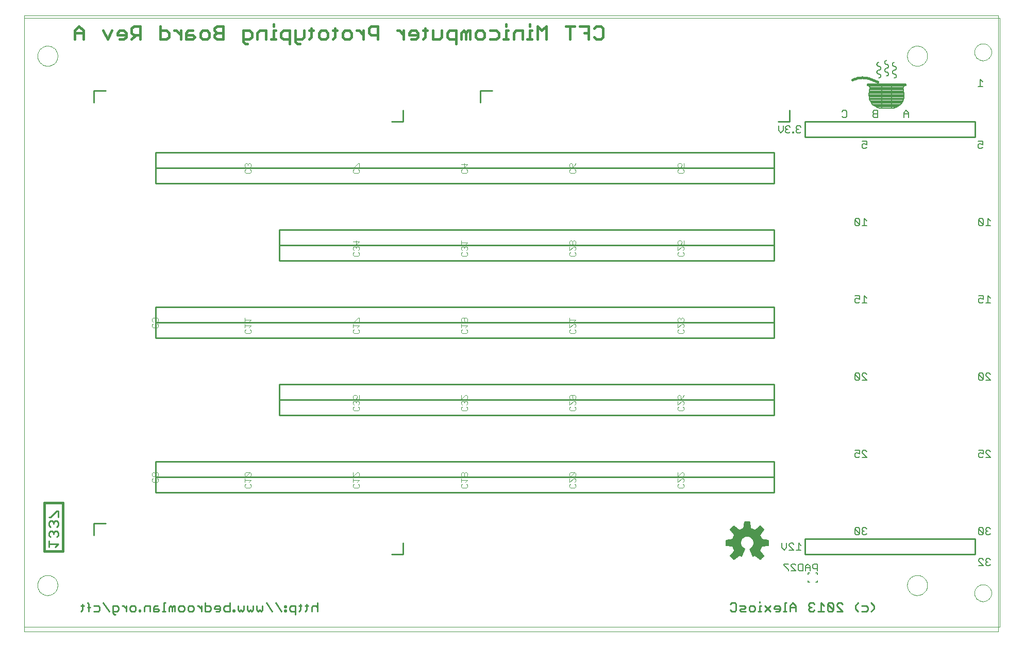
<source format=gbo>
G75*
G70*
%OFA0B0*%
%FSLAX24Y24*%
%IPPOS*%
%LPD*%
%AMOC8*
5,1,8,0,0,1.08239X$1,22.5*
%
%ADD10C,0.0000*%
%ADD11C,0.0150*%
%ADD12C,0.0100*%
%ADD13C,0.0050*%
%ADD14C,0.0110*%
%ADD15C,0.0160*%
%ADD16C,0.0059*%
%ADD17C,0.0080*%
%ADD18C,0.0060*%
%ADD19C,0.0030*%
D10*
X004848Y007120D02*
X004848Y046990D01*
X067840Y046990D01*
X067840Y007120D01*
X004848Y007120D01*
X004848Y007430D02*
X004848Y046810D01*
X067948Y046810D01*
X067948Y007430D01*
X004848Y007430D01*
X005698Y010120D02*
X005700Y010170D01*
X005706Y010220D01*
X005716Y010270D01*
X005729Y010318D01*
X005746Y010366D01*
X005767Y010412D01*
X005791Y010456D01*
X005819Y010498D01*
X005850Y010538D01*
X005884Y010575D01*
X005921Y010610D01*
X005960Y010641D01*
X006001Y010670D01*
X006045Y010695D01*
X006091Y010717D01*
X006138Y010735D01*
X006186Y010749D01*
X006235Y010760D01*
X006285Y010767D01*
X006335Y010770D01*
X006386Y010769D01*
X006436Y010764D01*
X006486Y010755D01*
X006534Y010743D01*
X006582Y010726D01*
X006628Y010706D01*
X006673Y010683D01*
X006716Y010656D01*
X006756Y010626D01*
X006794Y010593D01*
X006829Y010557D01*
X006862Y010518D01*
X006891Y010477D01*
X006917Y010434D01*
X006940Y010389D01*
X006959Y010342D01*
X006974Y010294D01*
X006986Y010245D01*
X006994Y010195D01*
X006998Y010145D01*
X006998Y010095D01*
X006994Y010045D01*
X006986Y009995D01*
X006974Y009946D01*
X006959Y009898D01*
X006940Y009851D01*
X006917Y009806D01*
X006891Y009763D01*
X006862Y009722D01*
X006829Y009683D01*
X006794Y009647D01*
X006756Y009614D01*
X006716Y009584D01*
X006673Y009557D01*
X006628Y009534D01*
X006582Y009514D01*
X006534Y009497D01*
X006486Y009485D01*
X006436Y009476D01*
X006386Y009471D01*
X006335Y009470D01*
X006285Y009473D01*
X006235Y009480D01*
X006186Y009491D01*
X006138Y009505D01*
X006091Y009523D01*
X006045Y009545D01*
X006001Y009570D01*
X005960Y009599D01*
X005921Y009630D01*
X005884Y009665D01*
X005850Y009702D01*
X005819Y009742D01*
X005791Y009784D01*
X005767Y009828D01*
X005746Y009874D01*
X005729Y009922D01*
X005716Y009970D01*
X005706Y010020D01*
X005700Y010070D01*
X005698Y010120D01*
X005698Y044370D02*
X005700Y044420D01*
X005706Y044470D01*
X005716Y044520D01*
X005729Y044568D01*
X005746Y044616D01*
X005767Y044662D01*
X005791Y044706D01*
X005819Y044748D01*
X005850Y044788D01*
X005884Y044825D01*
X005921Y044860D01*
X005960Y044891D01*
X006001Y044920D01*
X006045Y044945D01*
X006091Y044967D01*
X006138Y044985D01*
X006186Y044999D01*
X006235Y045010D01*
X006285Y045017D01*
X006335Y045020D01*
X006386Y045019D01*
X006436Y045014D01*
X006486Y045005D01*
X006534Y044993D01*
X006582Y044976D01*
X006628Y044956D01*
X006673Y044933D01*
X006716Y044906D01*
X006756Y044876D01*
X006794Y044843D01*
X006829Y044807D01*
X006862Y044768D01*
X006891Y044727D01*
X006917Y044684D01*
X006940Y044639D01*
X006959Y044592D01*
X006974Y044544D01*
X006986Y044495D01*
X006994Y044445D01*
X006998Y044395D01*
X006998Y044345D01*
X006994Y044295D01*
X006986Y044245D01*
X006974Y044196D01*
X006959Y044148D01*
X006940Y044101D01*
X006917Y044056D01*
X006891Y044013D01*
X006862Y043972D01*
X006829Y043933D01*
X006794Y043897D01*
X006756Y043864D01*
X006716Y043834D01*
X006673Y043807D01*
X006628Y043784D01*
X006582Y043764D01*
X006534Y043747D01*
X006486Y043735D01*
X006436Y043726D01*
X006386Y043721D01*
X006335Y043720D01*
X006285Y043723D01*
X006235Y043730D01*
X006186Y043741D01*
X006138Y043755D01*
X006091Y043773D01*
X006045Y043795D01*
X006001Y043820D01*
X005960Y043849D01*
X005921Y043880D01*
X005884Y043915D01*
X005850Y043952D01*
X005819Y043992D01*
X005791Y044034D01*
X005767Y044078D01*
X005746Y044124D01*
X005729Y044172D01*
X005716Y044220D01*
X005706Y044270D01*
X005700Y044320D01*
X005698Y044370D01*
X061948Y044370D02*
X061950Y044420D01*
X061956Y044470D01*
X061966Y044520D01*
X061979Y044568D01*
X061996Y044616D01*
X062017Y044662D01*
X062041Y044706D01*
X062069Y044748D01*
X062100Y044788D01*
X062134Y044825D01*
X062171Y044860D01*
X062210Y044891D01*
X062251Y044920D01*
X062295Y044945D01*
X062341Y044967D01*
X062388Y044985D01*
X062436Y044999D01*
X062485Y045010D01*
X062535Y045017D01*
X062585Y045020D01*
X062636Y045019D01*
X062686Y045014D01*
X062736Y045005D01*
X062784Y044993D01*
X062832Y044976D01*
X062878Y044956D01*
X062923Y044933D01*
X062966Y044906D01*
X063006Y044876D01*
X063044Y044843D01*
X063079Y044807D01*
X063112Y044768D01*
X063141Y044727D01*
X063167Y044684D01*
X063190Y044639D01*
X063209Y044592D01*
X063224Y044544D01*
X063236Y044495D01*
X063244Y044445D01*
X063248Y044395D01*
X063248Y044345D01*
X063244Y044295D01*
X063236Y044245D01*
X063224Y044196D01*
X063209Y044148D01*
X063190Y044101D01*
X063167Y044056D01*
X063141Y044013D01*
X063112Y043972D01*
X063079Y043933D01*
X063044Y043897D01*
X063006Y043864D01*
X062966Y043834D01*
X062923Y043807D01*
X062878Y043784D01*
X062832Y043764D01*
X062784Y043747D01*
X062736Y043735D01*
X062686Y043726D01*
X062636Y043721D01*
X062585Y043720D01*
X062535Y043723D01*
X062485Y043730D01*
X062436Y043741D01*
X062388Y043755D01*
X062341Y043773D01*
X062295Y043795D01*
X062251Y043820D01*
X062210Y043849D01*
X062171Y043880D01*
X062134Y043915D01*
X062100Y043952D01*
X062069Y043992D01*
X062041Y044034D01*
X062017Y044078D01*
X061996Y044124D01*
X061979Y044172D01*
X061966Y044220D01*
X061956Y044270D01*
X061950Y044320D01*
X061948Y044370D01*
X066298Y044620D02*
X066300Y044667D01*
X066306Y044713D01*
X066316Y044759D01*
X066329Y044803D01*
X066347Y044847D01*
X066368Y044888D01*
X066392Y044928D01*
X066420Y044966D01*
X066451Y045001D01*
X066485Y045033D01*
X066521Y045062D01*
X066560Y045088D01*
X066600Y045111D01*
X066643Y045130D01*
X066687Y045146D01*
X066732Y045158D01*
X066778Y045166D01*
X066825Y045170D01*
X066871Y045170D01*
X066918Y045166D01*
X066964Y045158D01*
X067009Y045146D01*
X067053Y045130D01*
X067096Y045111D01*
X067136Y045088D01*
X067175Y045062D01*
X067211Y045033D01*
X067245Y045001D01*
X067276Y044966D01*
X067304Y044928D01*
X067328Y044888D01*
X067349Y044847D01*
X067367Y044803D01*
X067380Y044759D01*
X067390Y044713D01*
X067396Y044667D01*
X067398Y044620D01*
X067396Y044573D01*
X067390Y044527D01*
X067380Y044481D01*
X067367Y044437D01*
X067349Y044393D01*
X067328Y044352D01*
X067304Y044312D01*
X067276Y044274D01*
X067245Y044239D01*
X067211Y044207D01*
X067175Y044178D01*
X067136Y044152D01*
X067096Y044129D01*
X067053Y044110D01*
X067009Y044094D01*
X066964Y044082D01*
X066918Y044074D01*
X066871Y044070D01*
X066825Y044070D01*
X066778Y044074D01*
X066732Y044082D01*
X066687Y044094D01*
X066643Y044110D01*
X066600Y044129D01*
X066560Y044152D01*
X066521Y044178D01*
X066485Y044207D01*
X066451Y044239D01*
X066420Y044274D01*
X066392Y044312D01*
X066368Y044352D01*
X066347Y044393D01*
X066329Y044437D01*
X066316Y044481D01*
X066306Y044527D01*
X066300Y044573D01*
X066298Y044620D01*
X061948Y010120D02*
X061950Y010170D01*
X061956Y010220D01*
X061966Y010270D01*
X061979Y010318D01*
X061996Y010366D01*
X062017Y010412D01*
X062041Y010456D01*
X062069Y010498D01*
X062100Y010538D01*
X062134Y010575D01*
X062171Y010610D01*
X062210Y010641D01*
X062251Y010670D01*
X062295Y010695D01*
X062341Y010717D01*
X062388Y010735D01*
X062436Y010749D01*
X062485Y010760D01*
X062535Y010767D01*
X062585Y010770D01*
X062636Y010769D01*
X062686Y010764D01*
X062736Y010755D01*
X062784Y010743D01*
X062832Y010726D01*
X062878Y010706D01*
X062923Y010683D01*
X062966Y010656D01*
X063006Y010626D01*
X063044Y010593D01*
X063079Y010557D01*
X063112Y010518D01*
X063141Y010477D01*
X063167Y010434D01*
X063190Y010389D01*
X063209Y010342D01*
X063224Y010294D01*
X063236Y010245D01*
X063244Y010195D01*
X063248Y010145D01*
X063248Y010095D01*
X063244Y010045D01*
X063236Y009995D01*
X063224Y009946D01*
X063209Y009898D01*
X063190Y009851D01*
X063167Y009806D01*
X063141Y009763D01*
X063112Y009722D01*
X063079Y009683D01*
X063044Y009647D01*
X063006Y009614D01*
X062966Y009584D01*
X062923Y009557D01*
X062878Y009534D01*
X062832Y009514D01*
X062784Y009497D01*
X062736Y009485D01*
X062686Y009476D01*
X062636Y009471D01*
X062585Y009470D01*
X062535Y009473D01*
X062485Y009480D01*
X062436Y009491D01*
X062388Y009505D01*
X062341Y009523D01*
X062295Y009545D01*
X062251Y009570D01*
X062210Y009599D01*
X062171Y009630D01*
X062134Y009665D01*
X062100Y009702D01*
X062069Y009742D01*
X062041Y009784D01*
X062017Y009828D01*
X061996Y009874D01*
X061979Y009922D01*
X061966Y009970D01*
X061956Y010020D01*
X061950Y010070D01*
X061948Y010120D01*
X066298Y009620D02*
X066300Y009667D01*
X066306Y009713D01*
X066316Y009759D01*
X066329Y009803D01*
X066347Y009847D01*
X066368Y009888D01*
X066392Y009928D01*
X066420Y009966D01*
X066451Y010001D01*
X066485Y010033D01*
X066521Y010062D01*
X066560Y010088D01*
X066600Y010111D01*
X066643Y010130D01*
X066687Y010146D01*
X066732Y010158D01*
X066778Y010166D01*
X066825Y010170D01*
X066871Y010170D01*
X066918Y010166D01*
X066964Y010158D01*
X067009Y010146D01*
X067053Y010130D01*
X067096Y010111D01*
X067136Y010088D01*
X067175Y010062D01*
X067211Y010033D01*
X067245Y010001D01*
X067276Y009966D01*
X067304Y009928D01*
X067328Y009888D01*
X067349Y009847D01*
X067367Y009803D01*
X067380Y009759D01*
X067390Y009713D01*
X067396Y009667D01*
X067398Y009620D01*
X067396Y009573D01*
X067390Y009527D01*
X067380Y009481D01*
X067367Y009437D01*
X067349Y009393D01*
X067328Y009352D01*
X067304Y009312D01*
X067276Y009274D01*
X067245Y009239D01*
X067211Y009207D01*
X067175Y009178D01*
X067136Y009152D01*
X067096Y009129D01*
X067053Y009110D01*
X067009Y009094D01*
X066964Y009082D01*
X066918Y009074D01*
X066871Y009070D01*
X066825Y009070D01*
X066778Y009074D01*
X066732Y009082D01*
X066687Y009094D01*
X066643Y009110D01*
X066600Y009129D01*
X066560Y009152D01*
X066521Y009178D01*
X066485Y009207D01*
X066451Y009239D01*
X066420Y009274D01*
X066392Y009312D01*
X066368Y009352D01*
X066347Y009393D01*
X066329Y009437D01*
X066316Y009481D01*
X066306Y009527D01*
X066300Y009573D01*
X066298Y009620D01*
D11*
X042131Y045445D02*
X041848Y045445D01*
X041706Y045586D01*
X041352Y045445D02*
X041352Y046295D01*
X040785Y046295D01*
X040431Y046295D02*
X039864Y046295D01*
X040148Y046295D02*
X040148Y045445D01*
X041069Y045870D02*
X041352Y045870D01*
X041706Y046153D02*
X041848Y046295D01*
X042131Y046295D01*
X042273Y046153D01*
X042273Y045586D01*
X042131Y045445D01*
X038590Y045445D02*
X038590Y046295D01*
X038306Y046012D01*
X038023Y046295D01*
X038023Y045445D01*
X037669Y045445D02*
X037386Y045445D01*
X037527Y045445D02*
X037527Y046012D01*
X037669Y046012D01*
X037527Y046295D02*
X037527Y046437D01*
X037055Y046012D02*
X036630Y046012D01*
X036488Y045870D01*
X036488Y045445D01*
X036135Y045445D02*
X035851Y045445D01*
X035993Y045445D02*
X035993Y046012D01*
X036135Y046012D01*
X035993Y046295D02*
X035993Y046437D01*
X035521Y045870D02*
X035379Y046012D01*
X034954Y046012D01*
X034600Y045870D02*
X034600Y045586D01*
X034458Y045445D01*
X034175Y045445D01*
X034033Y045586D01*
X034033Y045870D01*
X034175Y046012D01*
X034458Y046012D01*
X034600Y045870D01*
X034954Y045445D02*
X035379Y045445D01*
X035521Y045586D01*
X035521Y045870D01*
X037055Y046012D02*
X037055Y045445D01*
X033679Y045445D02*
X033679Y046012D01*
X033537Y046012D01*
X033396Y045870D01*
X033254Y046012D01*
X033112Y045870D01*
X033112Y045445D01*
X033396Y045445D02*
X033396Y045870D01*
X032759Y046012D02*
X032759Y045161D01*
X032759Y045445D02*
X032333Y045445D01*
X032191Y045586D01*
X032191Y045870D01*
X032333Y046012D01*
X032759Y046012D01*
X031838Y046012D02*
X031838Y045586D01*
X031696Y045445D01*
X031271Y045445D01*
X031271Y046012D01*
X030917Y046012D02*
X030633Y046012D01*
X030775Y046153D02*
X030775Y045586D01*
X030633Y045445D01*
X030303Y045586D02*
X030303Y045870D01*
X030161Y046012D01*
X029878Y046012D01*
X029736Y045870D01*
X029736Y045728D01*
X030303Y045728D01*
X030303Y045586D02*
X030161Y045445D01*
X029878Y045445D01*
X029382Y045445D02*
X029382Y046012D01*
X029099Y046012D02*
X029382Y045728D01*
X029099Y046012D02*
X028957Y046012D01*
X027694Y046295D02*
X027694Y045445D01*
X027694Y045728D02*
X027269Y045728D01*
X027127Y045870D01*
X027127Y046153D01*
X027269Y046295D01*
X027694Y046295D01*
X026774Y046012D02*
X026774Y045445D01*
X026774Y045728D02*
X026490Y046012D01*
X026348Y046012D01*
X026006Y045870D02*
X026006Y045586D01*
X025865Y045445D01*
X025581Y045445D01*
X025439Y045586D01*
X025439Y045870D01*
X025581Y046012D01*
X025865Y046012D01*
X026006Y045870D01*
X025086Y046012D02*
X024802Y046012D01*
X024944Y046153D02*
X024944Y045586D01*
X024802Y045445D01*
X024472Y045586D02*
X024330Y045445D01*
X024046Y045445D01*
X023905Y045586D01*
X023905Y045870D01*
X024046Y046012D01*
X024330Y046012D01*
X024472Y045870D01*
X024472Y045586D01*
X023551Y046012D02*
X023268Y046012D01*
X023409Y046153D02*
X023409Y045586D01*
X023268Y045445D01*
X022937Y045586D02*
X022795Y045445D01*
X022370Y045445D01*
X022370Y045303D02*
X022512Y045161D01*
X022654Y045161D01*
X022370Y045303D02*
X022370Y046012D01*
X022016Y046012D02*
X021591Y046012D01*
X021449Y045870D01*
X021449Y045586D01*
X021591Y045445D01*
X022016Y045445D01*
X022016Y045161D02*
X022016Y046012D01*
X022937Y046012D02*
X022937Y045586D01*
X021096Y045445D02*
X020812Y045445D01*
X020954Y045445D02*
X020954Y046012D01*
X021096Y046012D01*
X020954Y046295D02*
X020954Y046437D01*
X020482Y046012D02*
X020057Y046012D01*
X019915Y045870D01*
X019915Y045445D01*
X019561Y045586D02*
X019419Y045445D01*
X018994Y045445D01*
X018994Y045303D02*
X018994Y046012D01*
X019419Y046012D01*
X019561Y045870D01*
X019561Y045586D01*
X019278Y045161D02*
X019136Y045161D01*
X018994Y045303D01*
X017720Y045445D02*
X017720Y046295D01*
X017294Y046295D01*
X017153Y046153D01*
X017153Y046012D01*
X017294Y045870D01*
X017720Y045870D01*
X017720Y045445D02*
X017294Y045445D01*
X017153Y045586D01*
X017153Y045728D01*
X017294Y045870D01*
X016799Y045870D02*
X016799Y045586D01*
X016657Y045445D01*
X016374Y045445D01*
X016232Y045586D01*
X016232Y045870D01*
X016374Y046012D01*
X016657Y046012D01*
X016799Y045870D01*
X015878Y045586D02*
X015736Y045445D01*
X015311Y045445D01*
X015311Y045870D01*
X015453Y046012D01*
X015736Y046012D01*
X015736Y045728D02*
X015311Y045728D01*
X014957Y045728D02*
X014674Y046012D01*
X014532Y046012D01*
X014190Y045870D02*
X014048Y046012D01*
X013623Y046012D01*
X013623Y046295D02*
X013623Y045445D01*
X014048Y045445D01*
X014190Y045586D01*
X014190Y045870D01*
X014957Y046012D02*
X014957Y045445D01*
X015736Y045728D02*
X015878Y045586D01*
X012349Y045445D02*
X012349Y046295D01*
X011923Y046295D01*
X011782Y046153D01*
X011782Y045870D01*
X011923Y045728D01*
X012349Y045728D01*
X012065Y045728D02*
X011782Y045445D01*
X011428Y045586D02*
X011428Y045870D01*
X011286Y046012D01*
X011003Y046012D01*
X010861Y045870D01*
X010861Y045728D01*
X011428Y045728D01*
X011428Y045586D02*
X011286Y045445D01*
X011003Y045445D01*
X010507Y046012D02*
X010224Y045445D01*
X009940Y046012D01*
X008666Y046012D02*
X008666Y045445D01*
X008666Y045870D02*
X008099Y045870D01*
X008099Y046012D02*
X008099Y045445D01*
X008099Y046012D02*
X008382Y046295D01*
X008666Y046012D01*
X020482Y046012D02*
X020482Y045445D01*
D12*
X028598Y040120D02*
X029348Y040120D01*
X029348Y040870D01*
X034348Y041370D02*
X034348Y042120D01*
X035098Y042120D01*
X021348Y033120D02*
X021348Y031120D01*
X053348Y031120D01*
X053348Y033120D01*
X021348Y033120D01*
X021348Y032120D02*
X053348Y032120D01*
X053348Y036120D02*
X053348Y038120D01*
X013348Y038120D01*
X013348Y036120D01*
X053348Y036120D01*
X053348Y037120D02*
X013348Y037120D01*
X009348Y041370D02*
X009348Y042120D01*
X010098Y042120D01*
X013348Y028120D02*
X013348Y026120D01*
X053348Y026120D01*
X053348Y028120D01*
X013348Y028120D01*
X013348Y027120D02*
X053348Y027120D01*
X053348Y023120D02*
X053348Y021120D01*
X021348Y021120D01*
X021348Y023120D01*
X053348Y023120D01*
X053348Y022120D02*
X021348Y022120D01*
X013348Y018120D02*
X013348Y016120D01*
X053348Y016120D01*
X053348Y018120D01*
X013348Y018120D01*
X013348Y017120D02*
X053348Y017120D01*
X055348Y013120D02*
X066348Y013120D01*
X066348Y012120D01*
X055348Y012120D01*
X055348Y013120D01*
X055669Y008980D02*
X055575Y008887D01*
X055575Y008793D01*
X055669Y008700D01*
X055575Y008606D01*
X055575Y008513D01*
X055669Y008420D01*
X055856Y008420D01*
X055949Y008513D01*
X056183Y008420D02*
X056557Y008420D01*
X056370Y008420D02*
X056370Y008980D01*
X056557Y008793D01*
X056791Y008887D02*
X057164Y008513D01*
X057071Y008420D01*
X056884Y008420D01*
X056791Y008513D01*
X056791Y008887D01*
X056884Y008980D01*
X057071Y008980D01*
X057164Y008887D01*
X057164Y008513D01*
X057399Y008420D02*
X057772Y008420D01*
X057399Y008793D01*
X057399Y008887D01*
X057492Y008980D01*
X057679Y008980D01*
X057772Y008887D01*
X058598Y008793D02*
X058598Y008606D01*
X058785Y008420D01*
X059019Y008420D02*
X059299Y008420D01*
X059393Y008513D01*
X059393Y008700D01*
X059299Y008793D01*
X059019Y008793D01*
X058785Y008980D02*
X058598Y008793D01*
X059611Y008980D02*
X059798Y008793D01*
X059798Y008606D01*
X059611Y008420D01*
X055949Y008887D02*
X055856Y008980D01*
X055669Y008980D01*
X055669Y008700D02*
X055762Y008700D01*
X054734Y008700D02*
X054360Y008700D01*
X054360Y008793D02*
X054360Y008420D01*
X054126Y008420D02*
X053939Y008420D01*
X054033Y008420D02*
X054033Y008980D01*
X054126Y008980D01*
X054360Y008793D02*
X054547Y008980D01*
X054734Y008793D01*
X054734Y008420D01*
X053721Y008513D02*
X053721Y008700D01*
X053627Y008793D01*
X053441Y008793D01*
X053347Y008700D01*
X053347Y008606D01*
X053721Y008606D01*
X053721Y008513D02*
X053627Y008420D01*
X053441Y008420D01*
X053113Y008420D02*
X052739Y008793D01*
X052505Y008793D02*
X052412Y008793D01*
X052412Y008420D01*
X052505Y008420D02*
X052319Y008420D01*
X052100Y008513D02*
X052007Y008420D01*
X051820Y008420D01*
X051727Y008513D01*
X051727Y008700D01*
X051820Y008793D01*
X052007Y008793D01*
X052100Y008700D01*
X052100Y008513D01*
X052412Y008980D02*
X052412Y009073D01*
X052739Y008420D02*
X053113Y008793D01*
X051493Y008700D02*
X051399Y008606D01*
X051212Y008606D01*
X051119Y008513D01*
X051212Y008420D01*
X051493Y008420D01*
X051493Y008700D02*
X051399Y008793D01*
X051119Y008793D01*
X050885Y008887D02*
X050885Y008513D01*
X050791Y008420D01*
X050605Y008420D01*
X050511Y008513D01*
X050511Y008887D02*
X050605Y008980D01*
X050791Y008980D01*
X050885Y008887D01*
X029348Y012120D02*
X029348Y012870D01*
X029348Y012120D02*
X028598Y012120D01*
X023798Y008980D02*
X023798Y008420D01*
X023798Y008700D02*
X023704Y008793D01*
X023518Y008793D01*
X023424Y008700D01*
X023424Y008420D01*
X023097Y008513D02*
X023003Y008420D01*
X023097Y008513D02*
X023097Y008887D01*
X023190Y008793D02*
X023003Y008793D01*
X022785Y008793D02*
X022598Y008793D01*
X022692Y008887D02*
X022692Y008513D01*
X022598Y008420D01*
X022380Y008420D02*
X022100Y008420D01*
X022006Y008513D01*
X022006Y008700D01*
X022100Y008793D01*
X022380Y008793D01*
X022380Y008233D01*
X021772Y008420D02*
X021772Y008513D01*
X021679Y008513D01*
X021679Y008420D01*
X021772Y008420D01*
X021772Y008700D02*
X021772Y008793D01*
X021679Y008793D01*
X021679Y008700D01*
X021772Y008700D01*
X021468Y008420D02*
X021095Y008980D01*
X020861Y008420D02*
X020487Y008980D01*
X020253Y008793D02*
X020253Y008513D01*
X020160Y008420D01*
X020066Y008513D01*
X019973Y008420D01*
X019879Y008513D01*
X019879Y008793D01*
X019645Y008793D02*
X019645Y008513D01*
X019552Y008420D01*
X019458Y008513D01*
X019365Y008420D01*
X019272Y008513D01*
X019272Y008793D01*
X019037Y008793D02*
X019037Y008513D01*
X018944Y008420D01*
X018851Y008513D01*
X018757Y008420D01*
X018664Y008513D01*
X018664Y008793D01*
X018430Y008513D02*
X018336Y008513D01*
X018336Y008420D01*
X018430Y008420D01*
X018430Y008513D01*
X018126Y008420D02*
X017846Y008420D01*
X017752Y008513D01*
X017752Y008700D01*
X017846Y008793D01*
X018126Y008793D01*
X018126Y008980D02*
X018126Y008420D01*
X017518Y008513D02*
X017518Y008700D01*
X017425Y008793D01*
X017238Y008793D01*
X017145Y008700D01*
X017145Y008606D01*
X017518Y008606D01*
X017518Y008513D02*
X017425Y008420D01*
X017238Y008420D01*
X016910Y008513D02*
X016910Y008700D01*
X016817Y008793D01*
X016537Y008793D01*
X016537Y008980D02*
X016537Y008420D01*
X016817Y008420D01*
X016910Y008513D01*
X016303Y008606D02*
X016116Y008793D01*
X016023Y008793D01*
X015796Y008700D02*
X015796Y008513D01*
X015703Y008420D01*
X015516Y008420D01*
X015423Y008513D01*
X015423Y008700D01*
X015516Y008793D01*
X015703Y008793D01*
X015796Y008700D01*
X016303Y008793D02*
X016303Y008420D01*
X015189Y008513D02*
X015189Y008700D01*
X015095Y008793D01*
X014908Y008793D01*
X014815Y008700D01*
X014815Y008513D01*
X014908Y008420D01*
X015095Y008420D01*
X015189Y008513D01*
X014581Y008420D02*
X014581Y008793D01*
X014488Y008793D01*
X014394Y008700D01*
X014301Y008793D01*
X014207Y008700D01*
X014207Y008420D01*
X014394Y008420D02*
X014394Y008700D01*
X013973Y008980D02*
X013880Y008980D01*
X013880Y008420D01*
X013973Y008420D02*
X013786Y008420D01*
X013568Y008513D02*
X013475Y008606D01*
X013194Y008606D01*
X013194Y008700D02*
X013194Y008420D01*
X013475Y008420D01*
X013568Y008513D01*
X013475Y008793D02*
X013288Y008793D01*
X013194Y008700D01*
X012960Y008793D02*
X012680Y008793D01*
X012587Y008700D01*
X012587Y008420D01*
X012353Y008420D02*
X012259Y008420D01*
X012259Y008513D01*
X012353Y008513D01*
X012353Y008420D01*
X012049Y008513D02*
X012049Y008700D01*
X011955Y008793D01*
X011769Y008793D01*
X011675Y008700D01*
X011675Y008513D01*
X011769Y008420D01*
X011955Y008420D01*
X012049Y008513D01*
X011441Y008606D02*
X011254Y008793D01*
X011161Y008793D01*
X010935Y008700D02*
X010935Y008513D01*
X010841Y008420D01*
X010561Y008420D01*
X010561Y008326D02*
X010561Y008793D01*
X010841Y008793D01*
X010935Y008700D01*
X010748Y008233D02*
X010654Y008233D01*
X010561Y008326D01*
X010327Y008420D02*
X009953Y008980D01*
X009719Y008700D02*
X009719Y008513D01*
X009626Y008420D01*
X009346Y008420D01*
X009018Y008420D02*
X009018Y008887D01*
X008925Y008980D01*
X008925Y008700D02*
X009111Y008700D01*
X009346Y008793D02*
X009626Y008793D01*
X009719Y008700D01*
X008706Y008793D02*
X008520Y008793D01*
X008613Y008887D02*
X008613Y008513D01*
X008520Y008420D01*
X011441Y008420D02*
X011441Y008793D01*
X012960Y008793D02*
X012960Y008420D01*
X009348Y013370D02*
X009348Y014120D01*
X010098Y014120D01*
X053598Y040120D02*
X054348Y040120D01*
X054348Y040870D01*
X055348Y040120D02*
X066348Y040120D01*
X066348Y039120D01*
X055348Y039120D01*
X055348Y040120D01*
D13*
X054998Y039845D02*
X054848Y039845D01*
X054773Y039770D01*
X054773Y039695D01*
X054848Y039620D01*
X054773Y039545D01*
X054773Y039470D01*
X054848Y039395D01*
X054998Y039395D01*
X055073Y039470D01*
X054923Y039620D02*
X054848Y039620D01*
X055073Y039770D02*
X054998Y039845D01*
X054613Y039470D02*
X054537Y039470D01*
X054537Y039395D01*
X054613Y039395D01*
X054613Y039470D01*
X054382Y039470D02*
X054307Y039395D01*
X054157Y039395D01*
X054082Y039470D01*
X054082Y039545D01*
X054157Y039620D01*
X054232Y039620D01*
X054157Y039620D02*
X054082Y039695D01*
X054082Y039770D01*
X054157Y039845D01*
X054307Y039845D01*
X054382Y039770D01*
X053922Y039845D02*
X053922Y039545D01*
X053772Y039395D01*
X053622Y039545D01*
X053622Y039845D01*
X057733Y040470D02*
X057808Y040395D01*
X057958Y040395D01*
X058033Y040470D01*
X058033Y040770D01*
X057958Y040845D01*
X057808Y040845D01*
X057733Y040770D01*
X059733Y040770D02*
X059733Y040695D01*
X059808Y040620D01*
X060033Y040620D01*
X060033Y040395D02*
X060033Y040845D01*
X059808Y040845D01*
X059733Y040770D01*
X059808Y040620D02*
X059733Y040545D01*
X059733Y040470D01*
X059808Y040395D01*
X060033Y040395D01*
X060929Y040996D02*
X060929Y042571D01*
X061811Y042571D01*
X061874Y042508D02*
X061872Y042494D01*
X061868Y042481D01*
X061860Y042469D01*
X061850Y042459D01*
X061838Y042451D01*
X061825Y042447D01*
X061811Y042445D01*
X061874Y042508D02*
X061872Y042522D01*
X061868Y042535D01*
X061860Y042547D01*
X061850Y042557D01*
X061838Y042565D01*
X061825Y042569D01*
X061811Y042571D01*
X061811Y042445D02*
X061791Y042443D01*
X061772Y042439D01*
X061754Y042431D01*
X061737Y042421D01*
X061722Y042408D01*
X061709Y042393D01*
X061699Y042376D01*
X061691Y042358D01*
X061687Y042339D01*
X061685Y042319D01*
X061685Y042319D01*
X061748Y041877D01*
X061748Y041814D01*
X061746Y041758D01*
X061740Y041702D01*
X061731Y041647D01*
X061718Y041593D01*
X061701Y041540D01*
X061680Y041488D01*
X061656Y041437D01*
X061629Y041388D01*
X061598Y041342D01*
X061564Y041297D01*
X061528Y041255D01*
X061488Y041215D01*
X061446Y041179D01*
X061401Y041145D01*
X061355Y041114D01*
X061306Y041087D01*
X061255Y041063D01*
X061203Y041042D01*
X061150Y041025D01*
X061096Y041012D01*
X061041Y041003D01*
X060985Y040997D01*
X060929Y040995D01*
X061733Y040695D02*
X061733Y040395D01*
X061733Y040620D02*
X062033Y040620D01*
X062033Y040695D02*
X062033Y040395D01*
X062033Y040695D02*
X061883Y040845D01*
X061733Y040695D01*
X061118Y042948D02*
X061139Y042950D01*
X061159Y042955D01*
X061178Y042963D01*
X061195Y042975D01*
X061211Y042989D01*
X061223Y043005D01*
X061233Y043023D01*
X061240Y043043D01*
X061244Y043064D01*
X061244Y043084D01*
X061240Y043105D01*
X061233Y043125D01*
X061223Y043143D01*
X061211Y043159D01*
X061195Y043173D01*
X061178Y043185D01*
X061159Y043193D01*
X061139Y043198D01*
X061118Y043200D01*
X061097Y043202D01*
X061077Y043207D01*
X061058Y043215D01*
X061041Y043227D01*
X061025Y043241D01*
X061013Y043257D01*
X061003Y043275D01*
X060996Y043295D01*
X060992Y043316D01*
X060992Y043336D01*
X060996Y043357D01*
X061003Y043377D01*
X061013Y043395D01*
X061025Y043411D01*
X061041Y043425D01*
X061058Y043437D01*
X061077Y043445D01*
X061097Y043450D01*
X061118Y043452D01*
X061118Y043453D02*
X061139Y043455D01*
X061159Y043460D01*
X061178Y043468D01*
X061195Y043480D01*
X061211Y043494D01*
X061223Y043510D01*
X061233Y043528D01*
X061240Y043548D01*
X061244Y043569D01*
X061244Y043589D01*
X061240Y043610D01*
X061233Y043630D01*
X061223Y043648D01*
X061211Y043664D01*
X061195Y043678D01*
X061178Y043690D01*
X061159Y043698D01*
X061139Y043703D01*
X061118Y043705D01*
X061118Y043704D02*
X061097Y043706D01*
X061077Y043711D01*
X061058Y043719D01*
X061041Y043731D01*
X061025Y043745D01*
X061013Y043761D01*
X061003Y043779D01*
X060996Y043799D01*
X060992Y043820D01*
X060992Y043840D01*
X060996Y043861D01*
X061003Y043881D01*
X061013Y043899D01*
X061025Y043915D01*
X061041Y043929D01*
X061058Y043941D01*
X061077Y043949D01*
X061097Y043954D01*
X061118Y043956D01*
X060614Y044082D02*
X060593Y044080D01*
X060573Y044075D01*
X060554Y044067D01*
X060537Y044055D01*
X060521Y044041D01*
X060509Y044025D01*
X060499Y044007D01*
X060492Y043987D01*
X060488Y043966D01*
X060488Y043946D01*
X060492Y043925D01*
X060499Y043905D01*
X060509Y043887D01*
X060521Y043871D01*
X060537Y043857D01*
X060554Y043845D01*
X060573Y043837D01*
X060593Y043832D01*
X060614Y043830D01*
X060635Y043828D01*
X060655Y043823D01*
X060674Y043815D01*
X060691Y043803D01*
X060707Y043789D01*
X060719Y043773D01*
X060729Y043755D01*
X060736Y043735D01*
X060740Y043714D01*
X060740Y043694D01*
X060736Y043673D01*
X060729Y043653D01*
X060719Y043635D01*
X060707Y043619D01*
X060691Y043605D01*
X060674Y043593D01*
X060655Y043585D01*
X060635Y043580D01*
X060614Y043578D01*
X060593Y043576D01*
X060573Y043571D01*
X060554Y043563D01*
X060537Y043551D01*
X060521Y043537D01*
X060509Y043521D01*
X060499Y043503D01*
X060492Y043483D01*
X060488Y043462D01*
X060488Y043442D01*
X060492Y043421D01*
X060499Y043401D01*
X060509Y043383D01*
X060521Y043367D01*
X060537Y043353D01*
X060554Y043341D01*
X060573Y043333D01*
X060593Y043328D01*
X060614Y043326D01*
X060635Y043324D01*
X060655Y043319D01*
X060674Y043311D01*
X060691Y043299D01*
X060707Y043285D01*
X060719Y043269D01*
X060729Y043251D01*
X060736Y043231D01*
X060740Y043210D01*
X060740Y043190D01*
X060736Y043169D01*
X060729Y043149D01*
X060719Y043131D01*
X060707Y043115D01*
X060691Y043101D01*
X060674Y043089D01*
X060655Y043081D01*
X060635Y043076D01*
X060614Y043074D01*
X060110Y042948D02*
X060131Y042950D01*
X060151Y042955D01*
X060170Y042963D01*
X060187Y042975D01*
X060203Y042989D01*
X060215Y043005D01*
X060225Y043023D01*
X060232Y043043D01*
X060236Y043064D01*
X060236Y043084D01*
X060232Y043105D01*
X060225Y043125D01*
X060215Y043143D01*
X060203Y043159D01*
X060187Y043173D01*
X060170Y043185D01*
X060151Y043193D01*
X060131Y043198D01*
X060110Y043200D01*
X060089Y043202D01*
X060069Y043207D01*
X060050Y043215D01*
X060033Y043227D01*
X060017Y043241D01*
X060005Y043257D01*
X059995Y043275D01*
X059988Y043295D01*
X059984Y043316D01*
X059984Y043336D01*
X059988Y043357D01*
X059995Y043377D01*
X060005Y043395D01*
X060017Y043411D01*
X060033Y043425D01*
X060050Y043437D01*
X060069Y043445D01*
X060089Y043450D01*
X060110Y043452D01*
X060110Y043453D02*
X060131Y043455D01*
X060151Y043460D01*
X060170Y043468D01*
X060187Y043480D01*
X060203Y043494D01*
X060215Y043510D01*
X060225Y043528D01*
X060232Y043548D01*
X060236Y043569D01*
X060236Y043589D01*
X060232Y043610D01*
X060225Y043630D01*
X060215Y043648D01*
X060203Y043664D01*
X060187Y043678D01*
X060170Y043690D01*
X060151Y043698D01*
X060131Y043703D01*
X060110Y043705D01*
X060110Y043704D02*
X060089Y043706D01*
X060069Y043711D01*
X060050Y043719D01*
X060033Y043731D01*
X060017Y043745D01*
X060005Y043761D01*
X059995Y043779D01*
X059988Y043799D01*
X059984Y043820D01*
X059984Y043840D01*
X059988Y043861D01*
X059995Y043881D01*
X060005Y043899D01*
X060017Y043915D01*
X060033Y043929D01*
X060050Y043941D01*
X060069Y043949D01*
X060089Y043954D01*
X060110Y043956D01*
X066523Y042395D02*
X066823Y042395D01*
X066673Y042395D02*
X066673Y042845D01*
X066823Y042695D01*
X066823Y038845D02*
X066523Y038845D01*
X066598Y038695D02*
X066523Y038620D01*
X066523Y038470D01*
X066598Y038395D01*
X066748Y038395D01*
X066823Y038470D01*
X066823Y038620D02*
X066673Y038695D01*
X066598Y038695D01*
X066823Y038620D02*
X066823Y038845D01*
X066787Y033845D02*
X066637Y033845D01*
X066562Y033770D01*
X066863Y033470D01*
X066787Y033395D01*
X066637Y033395D01*
X066562Y033470D01*
X066562Y033770D01*
X066787Y033845D02*
X066863Y033770D01*
X066863Y033470D01*
X067023Y033395D02*
X067323Y033395D01*
X067173Y033395D02*
X067173Y033845D01*
X067323Y033695D01*
X067173Y028845D02*
X067173Y028395D01*
X067323Y028395D02*
X067023Y028395D01*
X066863Y028470D02*
X066787Y028395D01*
X066637Y028395D01*
X066562Y028470D01*
X066562Y028620D01*
X066637Y028695D01*
X066712Y028695D01*
X066863Y028620D01*
X066863Y028845D01*
X066562Y028845D01*
X067173Y028845D02*
X067323Y028695D01*
X067248Y023845D02*
X067323Y023770D01*
X067248Y023845D02*
X067098Y023845D01*
X067023Y023770D01*
X067023Y023695D01*
X067323Y023395D01*
X067023Y023395D01*
X066863Y023470D02*
X066562Y023770D01*
X066562Y023470D01*
X066637Y023395D01*
X066787Y023395D01*
X066863Y023470D01*
X066863Y023770D01*
X066787Y023845D01*
X066637Y023845D01*
X066562Y023770D01*
X066562Y018845D02*
X066863Y018845D01*
X066863Y018620D01*
X066712Y018695D01*
X066637Y018695D01*
X066562Y018620D01*
X066562Y018470D01*
X066637Y018395D01*
X066787Y018395D01*
X066863Y018470D01*
X067023Y018395D02*
X067323Y018395D01*
X067023Y018695D01*
X067023Y018770D01*
X067098Y018845D01*
X067248Y018845D01*
X067323Y018770D01*
X067248Y013845D02*
X067098Y013845D01*
X067023Y013770D01*
X067023Y013695D01*
X067098Y013620D01*
X067023Y013545D01*
X067023Y013470D01*
X067098Y013395D01*
X067248Y013395D01*
X067323Y013470D01*
X067173Y013620D02*
X067098Y013620D01*
X067323Y013770D02*
X067248Y013845D01*
X066863Y013770D02*
X066787Y013845D01*
X066637Y013845D01*
X066562Y013770D01*
X066863Y013470D01*
X066787Y013395D01*
X066637Y013395D01*
X066562Y013470D01*
X066562Y013770D01*
X066863Y013770D02*
X066863Y013470D01*
X066787Y011845D02*
X066637Y011845D01*
X066562Y011770D01*
X066562Y011695D01*
X066863Y011395D01*
X066562Y011395D01*
X067023Y011470D02*
X067098Y011395D01*
X067248Y011395D01*
X067323Y011470D01*
X067173Y011620D02*
X067098Y011620D01*
X067023Y011545D01*
X067023Y011470D01*
X067098Y011620D02*
X067023Y011695D01*
X067023Y011770D01*
X067098Y011845D01*
X067248Y011845D01*
X067323Y011770D01*
X066863Y011770D02*
X066787Y011845D01*
X059323Y013470D02*
X059248Y013395D01*
X059098Y013395D01*
X059023Y013470D01*
X059023Y013545D01*
X059098Y013620D01*
X059173Y013620D01*
X059098Y013620D02*
X059023Y013695D01*
X059023Y013770D01*
X059098Y013845D01*
X059248Y013845D01*
X059323Y013770D01*
X058863Y013770D02*
X058863Y013470D01*
X058562Y013770D01*
X058562Y013470D01*
X058637Y013395D01*
X058787Y013395D01*
X058863Y013470D01*
X058863Y013770D02*
X058787Y013845D01*
X058637Y013845D01*
X058562Y013770D01*
X056123Y011495D02*
X055898Y011495D01*
X055823Y011420D01*
X055823Y011270D01*
X055898Y011195D01*
X056123Y011195D01*
X056123Y011045D02*
X056123Y011495D01*
X055663Y011345D02*
X055512Y011495D01*
X055362Y011345D01*
X055362Y011045D01*
X055202Y011045D02*
X054977Y011045D01*
X054902Y011120D01*
X054902Y011420D01*
X054977Y011495D01*
X055202Y011495D01*
X055202Y011045D01*
X055362Y011270D02*
X055663Y011270D01*
X055663Y011345D02*
X055663Y011045D01*
X054742Y011045D02*
X054442Y011345D01*
X054442Y011420D01*
X054517Y011495D01*
X054667Y011495D01*
X054742Y011420D01*
X054742Y011045D02*
X054442Y011045D01*
X054281Y011045D02*
X054281Y011120D01*
X053981Y011420D01*
X053981Y011495D01*
X054281Y011495D01*
X054312Y012395D02*
X054613Y012395D01*
X054312Y012695D01*
X054312Y012770D01*
X054387Y012845D01*
X054537Y012845D01*
X054613Y012770D01*
X054923Y012845D02*
X054923Y012395D01*
X055073Y012395D02*
X054773Y012395D01*
X055073Y012695D02*
X054923Y012845D01*
X054152Y012845D02*
X054152Y012545D01*
X054002Y012395D01*
X053852Y012545D01*
X053852Y012845D01*
X058637Y018395D02*
X058787Y018395D01*
X058863Y018470D01*
X058863Y018620D02*
X058712Y018695D01*
X058637Y018695D01*
X058562Y018620D01*
X058562Y018470D01*
X058637Y018395D01*
X058863Y018620D02*
X058863Y018845D01*
X058562Y018845D01*
X059023Y018770D02*
X059098Y018845D01*
X059248Y018845D01*
X059323Y018770D01*
X059023Y018770D02*
X059023Y018695D01*
X059323Y018395D01*
X059023Y018395D01*
X059023Y023395D02*
X059323Y023395D01*
X059023Y023695D01*
X059023Y023770D01*
X059098Y023845D01*
X059248Y023845D01*
X059323Y023770D01*
X058863Y023770D02*
X058787Y023845D01*
X058637Y023845D01*
X058562Y023770D01*
X058863Y023470D01*
X058787Y023395D01*
X058637Y023395D01*
X058562Y023470D01*
X058562Y023770D01*
X058863Y023770D02*
X058863Y023470D01*
X058787Y028395D02*
X058863Y028470D01*
X058787Y028395D02*
X058637Y028395D01*
X058562Y028470D01*
X058562Y028620D01*
X058637Y028695D01*
X058712Y028695D01*
X058863Y028620D01*
X058863Y028845D01*
X058562Y028845D01*
X059173Y028845D02*
X059173Y028395D01*
X059323Y028395D02*
X059023Y028395D01*
X059323Y028695D02*
X059173Y028845D01*
X059173Y033395D02*
X059173Y033845D01*
X059323Y033695D01*
X059323Y033395D02*
X059023Y033395D01*
X058863Y033470D02*
X058562Y033770D01*
X058562Y033470D01*
X058637Y033395D01*
X058787Y033395D01*
X058863Y033470D01*
X058863Y033770D01*
X058787Y033845D01*
X058637Y033845D01*
X058562Y033770D01*
X059098Y038395D02*
X059248Y038395D01*
X059323Y038470D01*
X059323Y038620D02*
X059173Y038695D01*
X059098Y038695D01*
X059023Y038620D01*
X059023Y038470D01*
X059098Y038395D01*
X059323Y038620D02*
X059323Y038845D01*
X059023Y038845D01*
D14*
X007043Y014924D02*
X007043Y014530D01*
X006945Y014279D02*
X006847Y014279D01*
X006748Y014181D01*
X006650Y014279D01*
X006551Y014279D01*
X006453Y014181D01*
X006453Y013984D01*
X006551Y013885D01*
X006551Y013635D02*
X006453Y013536D01*
X006453Y013339D01*
X006551Y013241D01*
X006453Y012990D02*
X006453Y012596D01*
X006453Y012793D02*
X007043Y012793D01*
X006847Y012596D01*
X006945Y013241D02*
X007043Y013339D01*
X007043Y013536D01*
X006945Y013635D01*
X006847Y013635D01*
X006748Y013536D01*
X006650Y013635D01*
X006551Y013635D01*
X006748Y013536D02*
X006748Y013438D01*
X006945Y013885D02*
X007043Y013984D01*
X007043Y014181D01*
X006945Y014279D01*
X006748Y014181D02*
X006748Y014082D01*
X006551Y014530D02*
X006453Y014530D01*
X006551Y014530D02*
X006945Y014924D01*
X007043Y014924D01*
D15*
X007348Y015470D02*
X006148Y015470D01*
X006148Y012320D01*
X007348Y012320D01*
X007348Y015470D01*
X058408Y042823D02*
X058474Y042854D01*
X058542Y042882D01*
X058611Y042906D01*
X058681Y042927D01*
X058752Y042944D01*
X058824Y042957D01*
X058896Y042967D01*
X058969Y042973D01*
X059042Y042975D01*
X059115Y042973D01*
X059188Y042968D01*
X059260Y042959D01*
X059332Y042946D01*
X059403Y042930D01*
X059474Y042910D01*
X059543Y042886D01*
X060047Y042697D01*
D16*
X051766Y014237D02*
X051811Y013793D01*
X051911Y013763D01*
X052008Y013723D01*
X052100Y013673D01*
X052446Y013955D01*
X052684Y013718D01*
X052401Y013372D01*
X052452Y013280D01*
X052492Y013183D01*
X052521Y013083D01*
X052966Y013037D01*
X052966Y012702D01*
X052521Y012656D01*
X052492Y012556D01*
X052452Y012459D01*
X052401Y012368D01*
X052684Y012021D01*
X052446Y011784D01*
X052100Y012066D01*
X052032Y012027D01*
X051960Y011994D01*
X051763Y012472D01*
X051827Y012505D01*
X051885Y012548D01*
X051935Y012601D01*
X051975Y012661D01*
X052004Y012727D01*
X052022Y012797D01*
X052029Y012870D01*
X052021Y012950D01*
X051998Y013028D01*
X051962Y013100D01*
X051913Y013163D01*
X051852Y013217D01*
X051783Y013258D01*
X051707Y013286D01*
X051627Y013299D01*
X051547Y013297D01*
X051468Y013280D01*
X051393Y013248D01*
X051326Y013204D01*
X051269Y013147D01*
X051223Y013081D01*
X051190Y013007D01*
X051171Y012928D01*
X051168Y012847D01*
X051179Y012768D01*
X051206Y012691D01*
X051246Y012621D01*
X051299Y012560D01*
X051362Y012509D01*
X051433Y012472D01*
X051235Y011994D01*
X051164Y012027D01*
X051096Y012066D01*
X050750Y011784D01*
X050512Y012021D01*
X050794Y012368D01*
X050744Y012459D01*
X050704Y012556D01*
X050675Y012656D01*
X050230Y012702D01*
X050230Y013037D01*
X050675Y013083D01*
X050704Y013183D01*
X050744Y013280D01*
X050794Y013372D01*
X050512Y013718D01*
X050750Y013955D01*
X051096Y013673D01*
X051188Y013723D01*
X051284Y013763D01*
X051385Y013793D01*
X051430Y014237D01*
X051766Y014237D01*
X051771Y014186D02*
X051425Y014186D01*
X051419Y014128D02*
X051777Y014128D01*
X051783Y014071D02*
X051413Y014071D01*
X051407Y014013D02*
X051789Y014013D01*
X051794Y013955D02*
X051401Y013955D01*
X051395Y013898D02*
X051800Y013898D01*
X051806Y013840D02*
X051390Y013840D01*
X051350Y013783D02*
X051846Y013783D01*
X052004Y013725D02*
X051191Y013725D01*
X051032Y013725D02*
X050519Y013725D01*
X050553Y013667D02*
X052643Y013667D01*
X052677Y013725D02*
X052164Y013725D01*
X052234Y013783D02*
X052619Y013783D01*
X052561Y013840D02*
X052305Y013840D01*
X052376Y013898D02*
X052504Y013898D01*
X052596Y013610D02*
X050600Y013610D01*
X050647Y013552D02*
X052549Y013552D01*
X052502Y013495D02*
X050694Y013495D01*
X050741Y013437D02*
X052455Y013437D01*
X052408Y013379D02*
X050788Y013379D01*
X050767Y013322D02*
X052429Y013322D01*
X052458Y013264D02*
X051767Y013264D01*
X051864Y013207D02*
X052482Y013207D01*
X052502Y013149D02*
X051924Y013149D01*
X051966Y013091D02*
X052518Y013091D01*
X052966Y013034D02*
X051995Y013034D01*
X052013Y012976D02*
X052966Y012976D01*
X052966Y012919D02*
X052024Y012919D01*
X052028Y012861D02*
X052966Y012861D01*
X052966Y012803D02*
X052023Y012803D01*
X052009Y012746D02*
X052966Y012746D01*
X052834Y012688D02*
X051987Y012688D01*
X051954Y012631D02*
X052513Y012631D01*
X052497Y012573D02*
X051908Y012573D01*
X051841Y012515D02*
X052475Y012515D01*
X052451Y012458D02*
X051768Y012458D01*
X051792Y012400D02*
X052419Y012400D01*
X052422Y012343D02*
X051816Y012343D01*
X051840Y012285D02*
X052469Y012285D01*
X052516Y012227D02*
X051864Y012227D01*
X051888Y012170D02*
X052562Y012170D01*
X052609Y012112D02*
X051912Y012112D01*
X051935Y012055D02*
X052080Y012055D01*
X052114Y012055D02*
X052656Y012055D01*
X052660Y011997D02*
X052185Y011997D01*
X052255Y011939D02*
X052602Y011939D01*
X052544Y011882D02*
X052326Y011882D01*
X052397Y011824D02*
X052487Y011824D01*
X051966Y011997D02*
X051959Y011997D01*
X051332Y012227D02*
X050680Y012227D01*
X050633Y012170D02*
X051308Y012170D01*
X051284Y012112D02*
X050586Y012112D01*
X050539Y012055D02*
X051082Y012055D01*
X051116Y012055D02*
X051260Y012055D01*
X051236Y011997D02*
X051229Y011997D01*
X051011Y011997D02*
X050536Y011997D01*
X050594Y011939D02*
X050941Y011939D01*
X050870Y011882D02*
X050651Y011882D01*
X050709Y011824D02*
X050799Y011824D01*
X050727Y012285D02*
X051356Y012285D01*
X051380Y012343D02*
X050774Y012343D01*
X050776Y012400D02*
X051403Y012400D01*
X051427Y012458D02*
X050745Y012458D01*
X050721Y012515D02*
X051354Y012515D01*
X051287Y012573D02*
X050699Y012573D01*
X050682Y012631D02*
X051241Y012631D01*
X051208Y012688D02*
X050362Y012688D01*
X050230Y012746D02*
X051187Y012746D01*
X051174Y012803D02*
X050230Y012803D01*
X050230Y012861D02*
X051168Y012861D01*
X051171Y012919D02*
X050230Y012919D01*
X050230Y012976D02*
X051183Y012976D01*
X051202Y013034D02*
X050230Y013034D01*
X050677Y013091D02*
X051230Y013091D01*
X051271Y013149D02*
X050694Y013149D01*
X050714Y013207D02*
X051331Y013207D01*
X051430Y013264D02*
X050737Y013264D01*
X050577Y013783D02*
X050961Y013783D01*
X050891Y013840D02*
X050634Y013840D01*
X050692Y013898D02*
X050820Y013898D01*
D17*
X060046Y041036D02*
X060171Y041006D01*
X060299Y040996D01*
X060929Y040996D01*
X060929Y042571D01*
X060299Y042571D01*
X060299Y040996D01*
X060299Y042571D01*
X059417Y042571D01*
X059401Y042568D01*
X059385Y042562D01*
X059372Y042552D01*
X059362Y042539D01*
X059356Y042524D01*
X059354Y042508D01*
X059356Y042491D01*
X059362Y042476D01*
X059372Y042463D01*
X059385Y042453D01*
X059401Y042447D01*
X059417Y042445D01*
X059445Y042441D01*
X059472Y042432D01*
X059495Y042417D01*
X059515Y042397D01*
X059530Y042373D01*
X059540Y042347D01*
X059543Y042319D01*
X059480Y041878D01*
X059480Y041815D01*
X059490Y041686D01*
X059520Y041561D01*
X059569Y041443D01*
X059636Y041333D01*
X059720Y041235D01*
X059817Y041152D01*
X059927Y041085D01*
X060046Y041036D01*
X059941Y041079D02*
X060299Y041079D01*
X060929Y041079D01*
X061287Y041079D01*
X061301Y041085D02*
X061182Y041036D01*
X061057Y041006D01*
X060929Y040996D01*
X060929Y042571D01*
X061811Y042571D01*
X061827Y042568D01*
X061842Y042562D01*
X061855Y042552D01*
X061865Y042539D01*
X061872Y042524D01*
X061874Y042508D01*
X061872Y042491D01*
X061865Y042476D01*
X061855Y042463D01*
X061842Y042453D01*
X061827Y042447D01*
X061811Y042445D01*
X061783Y042441D01*
X061756Y042432D01*
X061732Y042417D01*
X061712Y042397D01*
X061697Y042373D01*
X061688Y042347D01*
X061685Y042319D01*
X061748Y041878D01*
X061748Y041815D01*
X061738Y041686D01*
X061708Y041561D01*
X061659Y041443D01*
X061591Y041333D01*
X061508Y041235D01*
X061410Y041152D01*
X061301Y041085D01*
X061417Y041158D02*
X060929Y041158D01*
X060299Y041158D01*
X059811Y041158D01*
X059719Y041236D02*
X060299Y041236D01*
X060929Y041236D01*
X061509Y041236D01*
X061576Y041315D02*
X060929Y041315D01*
X060299Y041315D01*
X059652Y041315D01*
X059599Y041393D02*
X060299Y041393D01*
X060929Y041393D01*
X061628Y041393D01*
X061671Y041472D02*
X060929Y041472D01*
X060299Y041472D01*
X059557Y041472D01*
X059525Y041550D02*
X060299Y041550D01*
X060929Y041550D01*
X061703Y041550D01*
X061724Y041629D02*
X060929Y041629D01*
X060299Y041629D01*
X059504Y041629D01*
X059488Y041707D02*
X060299Y041707D01*
X060929Y041707D01*
X061739Y041707D01*
X061746Y041786D02*
X060929Y041786D01*
X060299Y041786D01*
X059482Y041786D01*
X059480Y041864D02*
X060299Y041864D01*
X060929Y041864D01*
X061748Y041864D01*
X061739Y041943D02*
X060929Y041943D01*
X060299Y041943D01*
X059489Y041943D01*
X059500Y042021D02*
X060299Y042021D01*
X060929Y042021D01*
X061727Y042021D01*
X061716Y042100D02*
X060929Y042100D01*
X060299Y042100D01*
X059512Y042100D01*
X059523Y042179D02*
X060299Y042179D01*
X060929Y042179D01*
X061705Y042179D01*
X061694Y042257D02*
X060929Y042257D01*
X060299Y042257D01*
X059534Y042257D01*
X059541Y042336D02*
X060299Y042336D01*
X060929Y042336D01*
X061687Y042336D01*
X061729Y042414D02*
X060929Y042414D01*
X060299Y042414D01*
X059498Y042414D01*
X059356Y042493D02*
X060299Y042493D01*
X060929Y042493D01*
X061872Y042493D01*
X060991Y041000D02*
X060929Y041000D01*
X060299Y041000D01*
X060236Y041000D01*
D18*
X056148Y010920D02*
X056048Y010920D01*
X056148Y010920D02*
X056148Y010820D01*
X056148Y010420D02*
X056148Y010320D01*
X056048Y010320D01*
X055648Y010320D02*
X055548Y010320D01*
X055548Y010420D01*
X055548Y010820D02*
X055548Y010920D01*
X055648Y010920D01*
D19*
X047489Y016485D02*
X047427Y016423D01*
X047180Y016423D01*
X047118Y016485D01*
X047118Y016608D01*
X047180Y016670D01*
X047118Y016792D02*
X047365Y017038D01*
X047427Y017038D01*
X047489Y016977D01*
X047489Y016853D01*
X047427Y016792D01*
X047427Y016670D02*
X047489Y016608D01*
X047489Y016485D01*
X047118Y016792D02*
X047118Y017038D01*
X047118Y017160D02*
X047365Y017407D01*
X047427Y017407D01*
X047489Y017345D01*
X047489Y017222D01*
X047427Y017160D01*
X047118Y017160D02*
X047118Y017407D01*
X047180Y021423D02*
X047118Y021485D01*
X047118Y021608D01*
X047180Y021670D01*
X047118Y021792D02*
X047365Y022038D01*
X047427Y022038D01*
X047489Y021977D01*
X047489Y021853D01*
X047427Y021792D01*
X047427Y021670D02*
X047489Y021608D01*
X047489Y021485D01*
X047427Y021423D01*
X047180Y021423D01*
X047118Y021792D02*
X047118Y022038D01*
X047180Y022160D02*
X047118Y022222D01*
X047118Y022345D01*
X047180Y022407D01*
X047242Y022407D01*
X047304Y022345D01*
X047304Y022160D01*
X047180Y022160D01*
X047304Y022160D02*
X047427Y022283D01*
X047489Y022407D01*
X047427Y026423D02*
X047180Y026423D01*
X047118Y026485D01*
X047118Y026608D01*
X047180Y026670D01*
X047118Y026792D02*
X047365Y027038D01*
X047427Y027038D01*
X047489Y026977D01*
X047489Y026853D01*
X047427Y026792D01*
X047427Y026670D02*
X047489Y026608D01*
X047489Y026485D01*
X047427Y026423D01*
X047118Y026792D02*
X047118Y027038D01*
X047180Y027160D02*
X047118Y027222D01*
X047118Y027345D01*
X047180Y027407D01*
X047242Y027407D01*
X047304Y027345D01*
X047304Y027283D01*
X047304Y027345D02*
X047365Y027407D01*
X047427Y027407D01*
X047489Y027345D01*
X047489Y027222D01*
X047427Y027160D01*
X047427Y031423D02*
X047180Y031423D01*
X047118Y031485D01*
X047118Y031608D01*
X047180Y031670D01*
X047118Y031792D02*
X047365Y032038D01*
X047427Y032038D01*
X047489Y031977D01*
X047489Y031853D01*
X047427Y031792D01*
X047427Y031670D02*
X047489Y031608D01*
X047489Y031485D01*
X047427Y031423D01*
X047118Y031792D02*
X047118Y032038D01*
X047180Y032160D02*
X047118Y032222D01*
X047118Y032345D01*
X047180Y032407D01*
X047304Y032407D01*
X047365Y032345D01*
X047365Y032283D01*
X047304Y032160D01*
X047489Y032160D01*
X047489Y032407D01*
X047427Y036792D02*
X047180Y036792D01*
X047118Y036853D01*
X047118Y036977D01*
X047180Y037038D01*
X047180Y037160D02*
X047118Y037222D01*
X047118Y037345D01*
X047180Y037407D01*
X047304Y037407D01*
X047365Y037345D01*
X047365Y037283D01*
X047304Y037160D01*
X047489Y037160D01*
X047489Y037407D01*
X047427Y037038D02*
X047489Y036977D01*
X047489Y036853D01*
X047427Y036792D01*
X040489Y036853D02*
X040427Y036792D01*
X040180Y036792D01*
X040118Y036853D01*
X040118Y036977D01*
X040180Y037038D01*
X040180Y037160D02*
X040118Y037222D01*
X040118Y037345D01*
X040180Y037407D01*
X040242Y037407D01*
X040304Y037345D01*
X040304Y037160D01*
X040180Y037160D01*
X040304Y037160D02*
X040427Y037283D01*
X040489Y037407D01*
X040427Y037038D02*
X040489Y036977D01*
X040489Y036853D01*
X040427Y032407D02*
X040365Y032407D01*
X040304Y032345D01*
X040304Y032222D01*
X040365Y032160D01*
X040427Y032160D01*
X040489Y032222D01*
X040489Y032345D01*
X040427Y032407D01*
X040304Y032345D02*
X040242Y032407D01*
X040180Y032407D01*
X040118Y032345D01*
X040118Y032222D01*
X040180Y032160D01*
X040242Y032160D01*
X040304Y032222D01*
X040365Y032038D02*
X040427Y032038D01*
X040489Y031977D01*
X040489Y031853D01*
X040427Y031792D01*
X040427Y031670D02*
X040489Y031608D01*
X040489Y031485D01*
X040427Y031423D01*
X040180Y031423D01*
X040118Y031485D01*
X040118Y031608D01*
X040180Y031670D01*
X040118Y031792D02*
X040365Y032038D01*
X040118Y032038D02*
X040118Y031792D01*
X040118Y027407D02*
X040118Y027160D01*
X040118Y027038D02*
X040118Y026792D01*
X040365Y027038D01*
X040427Y027038D01*
X040489Y026977D01*
X040489Y026853D01*
X040427Y026792D01*
X040427Y026670D02*
X040489Y026608D01*
X040489Y026485D01*
X040427Y026423D01*
X040180Y026423D01*
X040118Y026485D01*
X040118Y026608D01*
X040180Y026670D01*
X040365Y027160D02*
X040489Y027283D01*
X040118Y027283D01*
X040180Y022407D02*
X040427Y022407D01*
X040489Y022345D01*
X040489Y022222D01*
X040427Y022160D01*
X040365Y022160D01*
X040304Y022222D01*
X040304Y022407D01*
X040180Y022407D02*
X040118Y022345D01*
X040118Y022222D01*
X040180Y022160D01*
X040118Y022038D02*
X040118Y021792D01*
X040365Y022038D01*
X040427Y022038D01*
X040489Y021977D01*
X040489Y021853D01*
X040427Y021792D01*
X040427Y021670D02*
X040489Y021608D01*
X040489Y021485D01*
X040427Y021423D01*
X040180Y021423D01*
X040118Y021485D01*
X040118Y021608D01*
X040180Y021670D01*
X040180Y017407D02*
X040118Y017345D01*
X040118Y017222D01*
X040180Y017160D01*
X040427Y017407D01*
X040180Y017407D01*
X040427Y017407D02*
X040489Y017345D01*
X040489Y017222D01*
X040427Y017160D01*
X040180Y017160D01*
X040118Y017038D02*
X040118Y016792D01*
X040365Y017038D01*
X040427Y017038D01*
X040489Y016977D01*
X040489Y016853D01*
X040427Y016792D01*
X040427Y016670D02*
X040489Y016608D01*
X040489Y016485D01*
X040427Y016423D01*
X040180Y016423D01*
X040118Y016485D01*
X040118Y016608D01*
X040180Y016670D01*
X033489Y016608D02*
X033489Y016485D01*
X033427Y016423D01*
X033180Y016423D01*
X033118Y016485D01*
X033118Y016608D01*
X033180Y016670D01*
X033118Y016792D02*
X033118Y017038D01*
X033118Y016915D02*
X033489Y016915D01*
X033365Y016792D01*
X033427Y016670D02*
X033489Y016608D01*
X033427Y017160D02*
X033365Y017160D01*
X033304Y017222D01*
X033304Y017345D01*
X033242Y017407D01*
X033180Y017407D01*
X033118Y017345D01*
X033118Y017222D01*
X033180Y017160D01*
X033242Y017160D01*
X033304Y017222D01*
X033304Y017345D02*
X033365Y017407D01*
X033427Y017407D01*
X033489Y017345D01*
X033489Y017222D01*
X033427Y017160D01*
X033427Y021423D02*
X033180Y021423D01*
X033118Y021485D01*
X033118Y021608D01*
X033180Y021670D01*
X033180Y021792D02*
X033118Y021853D01*
X033118Y021977D01*
X033180Y022038D01*
X033242Y022038D01*
X033304Y021977D01*
X033304Y021915D01*
X033304Y021977D02*
X033365Y022038D01*
X033427Y022038D01*
X033489Y021977D01*
X033489Y021853D01*
X033427Y021792D01*
X033427Y021670D02*
X033489Y021608D01*
X033489Y021485D01*
X033427Y021423D01*
X033427Y022160D02*
X033489Y022222D01*
X033489Y022345D01*
X033427Y022407D01*
X033365Y022407D01*
X033118Y022160D01*
X033118Y022407D01*
X033180Y026423D02*
X033118Y026485D01*
X033118Y026608D01*
X033180Y026670D01*
X033118Y026792D02*
X033118Y027038D01*
X033118Y026915D02*
X033489Y026915D01*
X033365Y026792D01*
X033427Y026670D02*
X033489Y026608D01*
X033489Y026485D01*
X033427Y026423D01*
X033180Y026423D01*
X033180Y027160D02*
X033118Y027222D01*
X033118Y027345D01*
X033180Y027407D01*
X033427Y027407D01*
X033489Y027345D01*
X033489Y027222D01*
X033427Y027160D01*
X033365Y027160D01*
X033304Y027222D01*
X033304Y027407D01*
X033427Y031423D02*
X033180Y031423D01*
X033118Y031485D01*
X033118Y031608D01*
X033180Y031670D01*
X033180Y031792D02*
X033118Y031853D01*
X033118Y031977D01*
X033180Y032038D01*
X033242Y032038D01*
X033304Y031977D01*
X033304Y031915D01*
X033304Y031977D02*
X033365Y032038D01*
X033427Y032038D01*
X033489Y031977D01*
X033489Y031853D01*
X033427Y031792D01*
X033427Y031670D02*
X033489Y031608D01*
X033489Y031485D01*
X033427Y031423D01*
X033365Y032160D02*
X033489Y032283D01*
X033118Y032283D01*
X033118Y032160D02*
X033118Y032407D01*
X033180Y036792D02*
X033118Y036853D01*
X033118Y036977D01*
X033180Y037038D01*
X033304Y037160D02*
X033304Y037407D01*
X033489Y037345D02*
X033304Y037160D01*
X033427Y037038D02*
X033489Y036977D01*
X033489Y036853D01*
X033427Y036792D01*
X033180Y036792D01*
X033118Y037345D02*
X033489Y037345D01*
X026489Y037407D02*
X026427Y037407D01*
X026180Y037160D01*
X026118Y037160D01*
X026180Y037038D02*
X026118Y036977D01*
X026118Y036853D01*
X026180Y036792D01*
X026427Y036792D01*
X026489Y036853D01*
X026489Y036977D01*
X026427Y037038D01*
X026489Y037160D02*
X026489Y037407D01*
X026304Y032407D02*
X026304Y032160D01*
X026489Y032345D01*
X026118Y032345D01*
X026180Y032038D02*
X026118Y031977D01*
X026118Y031853D01*
X026180Y031792D01*
X026180Y031670D02*
X026118Y031608D01*
X026118Y031485D01*
X026180Y031423D01*
X026427Y031423D01*
X026489Y031485D01*
X026489Y031608D01*
X026427Y031670D01*
X026427Y031792D02*
X026489Y031853D01*
X026489Y031977D01*
X026427Y032038D01*
X026365Y032038D01*
X026304Y031977D01*
X026242Y032038D01*
X026180Y032038D01*
X026304Y031977D02*
X026304Y031915D01*
X026427Y027407D02*
X026180Y027160D01*
X026118Y027160D01*
X026118Y027038D02*
X026118Y026792D01*
X026118Y026915D02*
X026489Y026915D01*
X026365Y026792D01*
X026427Y026670D02*
X026489Y026608D01*
X026489Y026485D01*
X026427Y026423D01*
X026180Y026423D01*
X026118Y026485D01*
X026118Y026608D01*
X026180Y026670D01*
X026489Y027160D02*
X026489Y027407D01*
X026427Y027407D01*
X026489Y022407D02*
X026489Y022160D01*
X026304Y022160D01*
X026365Y022283D01*
X026365Y022345D01*
X026304Y022407D01*
X026180Y022407D01*
X026118Y022345D01*
X026118Y022222D01*
X026180Y022160D01*
X026180Y022038D02*
X026118Y021977D01*
X026118Y021853D01*
X026180Y021792D01*
X026180Y021670D02*
X026118Y021608D01*
X026118Y021485D01*
X026180Y021423D01*
X026427Y021423D01*
X026489Y021485D01*
X026489Y021608D01*
X026427Y021670D01*
X026427Y021792D02*
X026489Y021853D01*
X026489Y021977D01*
X026427Y022038D01*
X026365Y022038D01*
X026304Y021977D01*
X026242Y022038D01*
X026180Y022038D01*
X026304Y021977D02*
X026304Y021915D01*
X026365Y017407D02*
X026427Y017407D01*
X026489Y017345D01*
X026489Y017222D01*
X026427Y017160D01*
X026489Y016915D02*
X026118Y016915D01*
X026118Y016792D02*
X026118Y017038D01*
X026118Y017160D02*
X026365Y017407D01*
X026118Y017407D02*
X026118Y017160D01*
X026365Y016792D02*
X026489Y016915D01*
X026427Y016670D02*
X026489Y016608D01*
X026489Y016485D01*
X026427Y016423D01*
X026180Y016423D01*
X026118Y016485D01*
X026118Y016608D01*
X026180Y016670D01*
X019489Y016608D02*
X019489Y016485D01*
X019427Y016423D01*
X019180Y016423D01*
X019118Y016485D01*
X019118Y016608D01*
X019180Y016670D01*
X019118Y016792D02*
X019118Y017038D01*
X019118Y016915D02*
X019489Y016915D01*
X019365Y016792D01*
X019427Y016670D02*
X019489Y016608D01*
X019427Y017160D02*
X019489Y017222D01*
X019489Y017345D01*
X019427Y017407D01*
X019180Y017160D01*
X019118Y017222D01*
X019118Y017345D01*
X019180Y017407D01*
X019427Y017407D01*
X019427Y017160D02*
X019180Y017160D01*
X013489Y017222D02*
X013489Y017345D01*
X013427Y017407D01*
X013365Y017407D01*
X013304Y017345D01*
X013304Y017222D01*
X013365Y017160D01*
X013427Y017160D01*
X013489Y017222D01*
X013304Y017222D02*
X013242Y017160D01*
X013180Y017160D01*
X013118Y017222D01*
X013118Y017345D01*
X013180Y017407D01*
X013242Y017407D01*
X013304Y017345D01*
X013427Y017038D02*
X013489Y016977D01*
X013489Y016853D01*
X013427Y016792D01*
X013180Y016792D01*
X013118Y016853D01*
X013118Y016977D01*
X013180Y017038D01*
X019180Y026423D02*
X019118Y026485D01*
X019118Y026608D01*
X019180Y026670D01*
X019118Y026792D02*
X019118Y027038D01*
X019118Y027160D02*
X019118Y027407D01*
X019118Y027283D02*
X019489Y027283D01*
X019365Y027160D01*
X019489Y026915D02*
X019118Y026915D01*
X019365Y026792D02*
X019489Y026915D01*
X019427Y026670D02*
X019489Y026608D01*
X019489Y026485D01*
X019427Y026423D01*
X019180Y026423D01*
X013489Y026853D02*
X013427Y026792D01*
X013180Y026792D01*
X013118Y026853D01*
X013118Y026977D01*
X013180Y027038D01*
X013180Y027160D02*
X013118Y027222D01*
X013118Y027345D01*
X013180Y027407D01*
X013427Y027407D01*
X013489Y027345D01*
X013489Y027222D01*
X013427Y027160D01*
X013365Y027160D01*
X013304Y027222D01*
X013304Y027407D01*
X013427Y027038D02*
X013489Y026977D01*
X013489Y026853D01*
X019180Y036792D02*
X019118Y036853D01*
X019118Y036977D01*
X019180Y037038D01*
X019180Y037160D02*
X019118Y037222D01*
X019118Y037345D01*
X019180Y037407D01*
X019242Y037407D01*
X019304Y037345D01*
X019304Y037283D01*
X019304Y037345D02*
X019365Y037407D01*
X019427Y037407D01*
X019489Y037345D01*
X019489Y037222D01*
X019427Y037160D01*
X019427Y037038D02*
X019489Y036977D01*
X019489Y036853D01*
X019427Y036792D01*
X019180Y036792D01*
M02*

</source>
